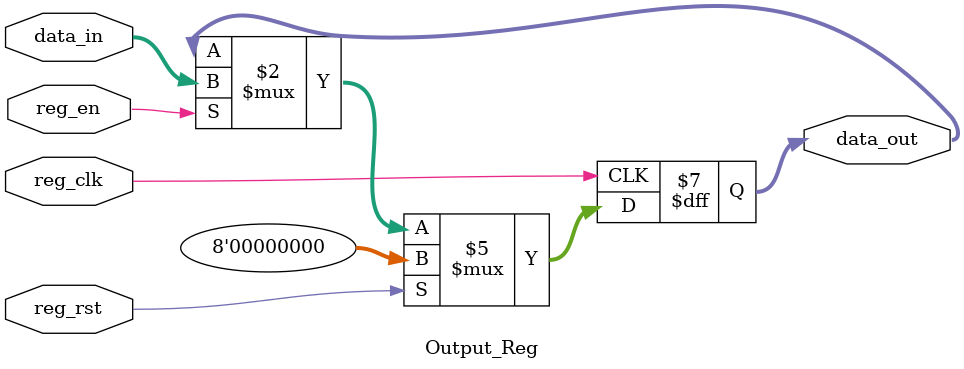
<source format=v>
`timescale 1ns / 1ps


module Output_Reg(output reg [7:0] data_out, input [7:0] data_in, input reg_clk,
reg_rst, reg_en);
 always @ (posedge reg_clk)
begin
 if (reg_rst)
 data_out <= 8'b0;
 else if (reg_en)
 data_out <= data_in[7:0]; //assign lower four bits
 end
 endmodule

</source>
